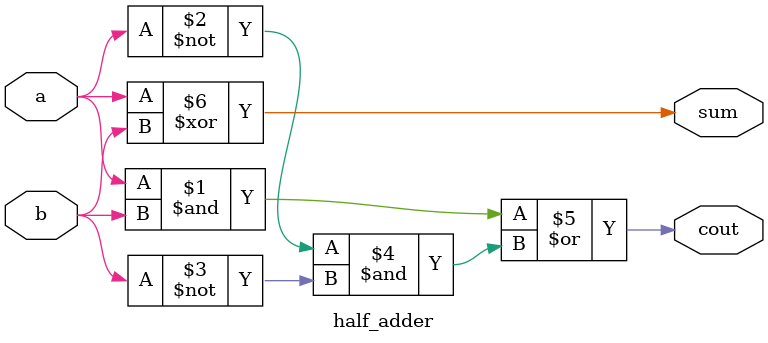
<source format=v>
module half_adder( 
input a, b,
output cout, sum );

assign cout = (a&b) | (~a&~b);
assign sum = a ^ b; // a xor b
endmodule

</source>
